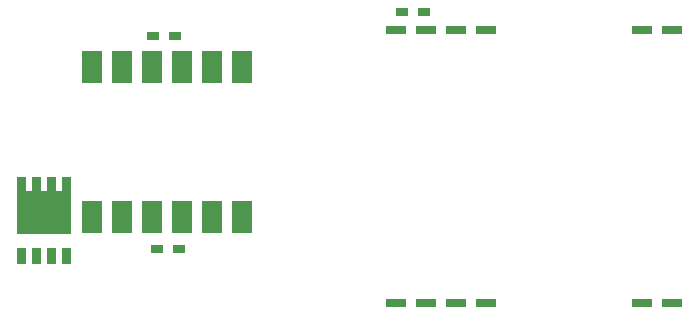
<source format=gbp>
G04*
G04 #@! TF.GenerationSoftware,Altium Limited,Altium Designer,24.0.1 (36)*
G04*
G04 Layer_Color=128*
%FSLAX44Y44*%
%MOMM*%
G71*
G04*
G04 #@! TF.SameCoordinates,72622C8A-B07E-4F55-B3FE-632304D3AF33*
G04*
G04*
G04 #@! TF.FilePolarity,Positive*
G04*
G01*
G75*
%ADD28R,1.0160X0.7620*%
%ADD110R,1.6510X0.8000*%
%ADD111R,1.7000X2.8000*%
G36*
X108140Y203989D02*
X108090D01*
Y168840D01*
X62090D01*
Y203989D01*
X62040D01*
Y217199D01*
X70040D01*
Y204840D01*
X74740D01*
Y217199D01*
X82740D01*
Y204840D01*
X87440D01*
Y217199D01*
X95440D01*
Y204840D01*
X100140D01*
Y217199D01*
X108140D01*
Y203989D01*
D02*
G37*
G36*
Y143481D02*
X100140D01*
Y156691D01*
X108140D01*
Y143481D01*
D02*
G37*
G36*
X95440D02*
X87440D01*
Y156691D01*
X95440D01*
Y143481D01*
D02*
G37*
G36*
X82740D02*
X74740D01*
Y156691D01*
X82740D01*
Y143481D01*
D02*
G37*
G36*
X70040D02*
X62040D01*
Y156691D01*
X70040D01*
Y143481D01*
D02*
G37*
D28*
X406781Y356870D02*
D03*
X388239D02*
D03*
X181229Y156210D02*
D03*
X199771D02*
D03*
X195961Y336550D02*
D03*
X177419D02*
D03*
D110*
X617220Y110490D02*
D03*
X591820D02*
D03*
X459740D02*
D03*
X434340D02*
D03*
X408940D02*
D03*
X383540D02*
D03*
Y341630D02*
D03*
X408940D02*
D03*
X434340D02*
D03*
X459740D02*
D03*
X591820D02*
D03*
X617220D02*
D03*
D111*
X151130Y182880D02*
D03*
X125730D02*
D03*
X176530D02*
D03*
X201930D02*
D03*
X227330D02*
D03*
X252730D02*
D03*
Y309880D02*
D03*
X227330D02*
D03*
X201930D02*
D03*
X176530D02*
D03*
X151130D02*
D03*
X125730D02*
D03*
M02*

</source>
